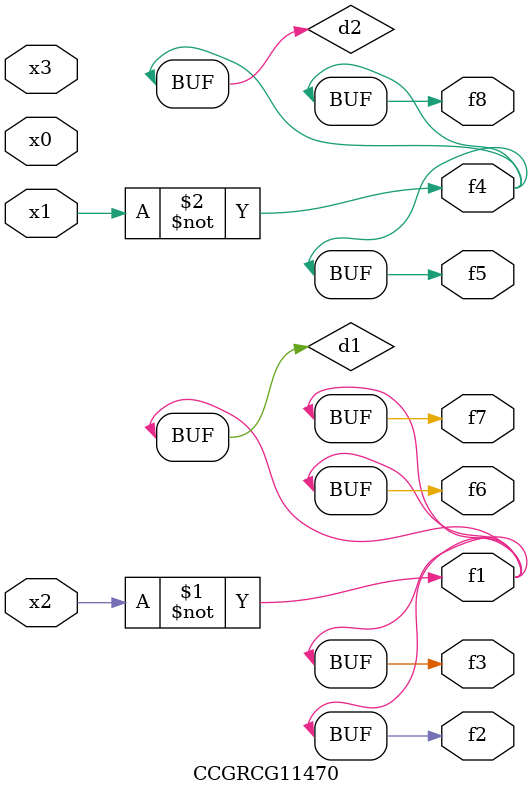
<source format=v>
module CCGRCG11470(
	input x0, x1, x2, x3,
	output f1, f2, f3, f4, f5, f6, f7, f8
);

	wire d1, d2;

	xnor (d1, x2);
	not (d2, x1);
	assign f1 = d1;
	assign f2 = d1;
	assign f3 = d1;
	assign f4 = d2;
	assign f5 = d2;
	assign f6 = d1;
	assign f7 = d1;
	assign f8 = d2;
endmodule

</source>
